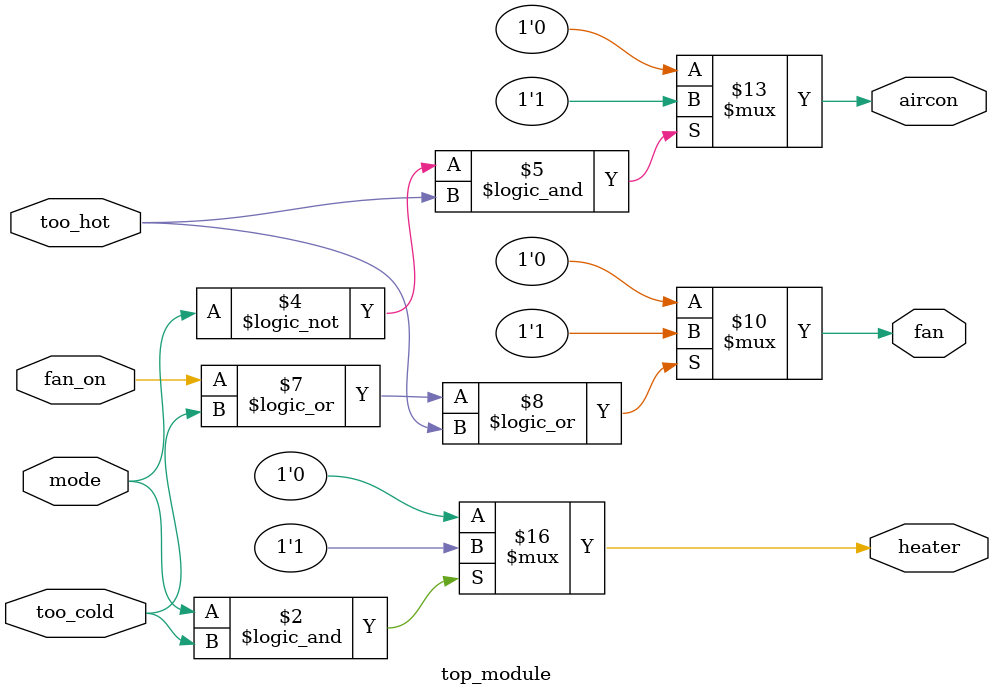
<source format=sv>
module top_module(
    input mode,
    input too_cold, 
    input too_hot,
    input fan_on,
    output reg heater,
    output reg aircon,
    output reg fan
);

always @(mode, too_cold) begin
    if (mode && too_cold)
        heater = 1;
    else
        heater = 0;
end

always @(mode, too_hot) begin
    if (!mode && too_hot)
        aircon = 1;
    else
        aircon = 0;
end

always @(fan_on, too_cold, too_hot) begin
    if (fan_on || too_cold || too_hot)
        fan = 1;
    else
        fan = 0;
end

endmodule

</source>
